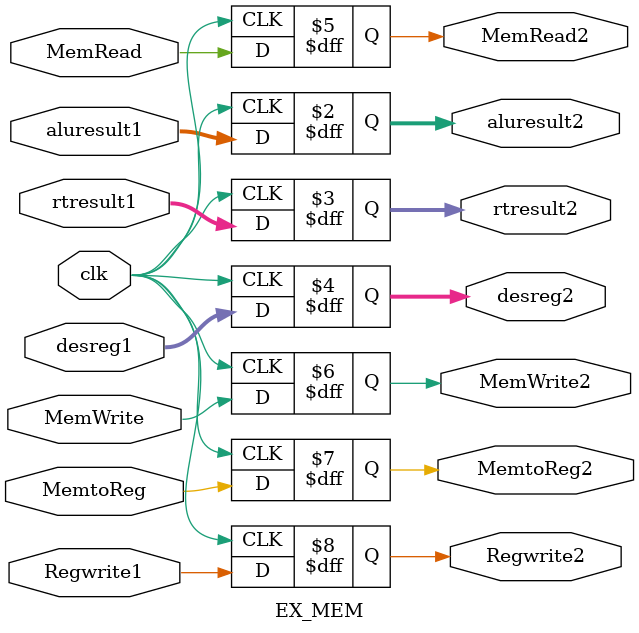
<source format=v>
module EX_MEM (
              // input [31;0]      aluresult1,rtresult1,
               input [31:0] aluresult1, rtresult1,
               input [4:0]       desreg1,
               input             clk,
               input             MemRead, MemWrite, MemtoReg, Regwrite1,
               output reg [31:0] aluresult2, rtresult2,
               output reg [4:0]  desreg2,
               output reg        MemRead2, MemWrite2, MemtoReg2, Regwrite2

              );
    always @ (posedge clk)
      begin
          aluresult2 <= aluresult1;
          rtresult2 <= rtresult1;
          desreg2 <= desreg1;
          MemRead2 <= MemRead;
          MemWrite2 <= MemWrite;
          MemtoReg2 <= MemtoReg;
          Regwrite2 <= Regwrite1;
      end
endmodule // EX_MEM

          
</source>
